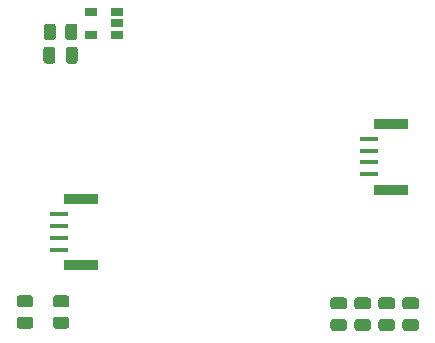
<source format=gtp>
G04 #@! TF.GenerationSoftware,KiCad,Pcbnew,(5.1.12)-1*
G04 #@! TF.CreationDate,2021-12-31T11:23:08-06:00*
G04 #@! TF.ProjectId,PicoFightingBoard,5069636f-4669-4676-9874-696e67426f61,rev?*
G04 #@! TF.SameCoordinates,Original*
G04 #@! TF.FileFunction,Paste,Top*
G04 #@! TF.FilePolarity,Positive*
%FSLAX46Y46*%
G04 Gerber Fmt 4.6, Leading zero omitted, Abs format (unit mm)*
G04 Created by KiCad (PCBNEW (5.1.12)-1) date 2021-12-31 11:23:08*
%MOMM*%
%LPD*%
G01*
G04 APERTURE LIST*
%ADD10R,1.060000X0.650000*%
%ADD11R,3.000000X0.900000*%
%ADD12R,1.600000X0.400000*%
G04 APERTURE END LIST*
D10*
X120276800Y-91272400D03*
X120276800Y-90322400D03*
X120276800Y-89372400D03*
X118076800Y-89372400D03*
X118076800Y-91272400D03*
G36*
G01*
X138614998Y-113510000D02*
X139515002Y-113510000D01*
G75*
G02*
X139765000Y-113759998I0J-249998D01*
G01*
X139765000Y-114285002D01*
G75*
G02*
X139515002Y-114535000I-249998J0D01*
G01*
X138614998Y-114535000D01*
G75*
G02*
X138365000Y-114285002I0J249998D01*
G01*
X138365000Y-113759998D01*
G75*
G02*
X138614998Y-113510000I249998J0D01*
G01*
G37*
G36*
G01*
X138614998Y-115335000D02*
X139515002Y-115335000D01*
G75*
G02*
X139765000Y-115584998I0J-249998D01*
G01*
X139765000Y-116110002D01*
G75*
G02*
X139515002Y-116360000I-249998J0D01*
G01*
X138614998Y-116360000D01*
G75*
G02*
X138365000Y-116110002I0J249998D01*
G01*
X138365000Y-115584998D01*
G75*
G02*
X138614998Y-115335000I249998J0D01*
G01*
G37*
G36*
G01*
X140646998Y-115335000D02*
X141547002Y-115335000D01*
G75*
G02*
X141797000Y-115584998I0J-249998D01*
G01*
X141797000Y-116110002D01*
G75*
G02*
X141547002Y-116360000I-249998J0D01*
G01*
X140646998Y-116360000D01*
G75*
G02*
X140397000Y-116110002I0J249998D01*
G01*
X140397000Y-115584998D01*
G75*
G02*
X140646998Y-115335000I249998J0D01*
G01*
G37*
G36*
G01*
X140646998Y-113510000D02*
X141547002Y-113510000D01*
G75*
G02*
X141797000Y-113759998I0J-249998D01*
G01*
X141797000Y-114285002D01*
G75*
G02*
X141547002Y-114535000I-249998J0D01*
G01*
X140646998Y-114535000D01*
G75*
G02*
X140397000Y-114285002I0J249998D01*
G01*
X140397000Y-113759998D01*
G75*
G02*
X140646998Y-113510000I249998J0D01*
G01*
G37*
G36*
G01*
X142678998Y-113510000D02*
X143579002Y-113510000D01*
G75*
G02*
X143829000Y-113759998I0J-249998D01*
G01*
X143829000Y-114285002D01*
G75*
G02*
X143579002Y-114535000I-249998J0D01*
G01*
X142678998Y-114535000D01*
G75*
G02*
X142429000Y-114285002I0J249998D01*
G01*
X142429000Y-113759998D01*
G75*
G02*
X142678998Y-113510000I249998J0D01*
G01*
G37*
G36*
G01*
X142678998Y-115335000D02*
X143579002Y-115335000D01*
G75*
G02*
X143829000Y-115584998I0J-249998D01*
G01*
X143829000Y-116110002D01*
G75*
G02*
X143579002Y-116360000I-249998J0D01*
G01*
X142678998Y-116360000D01*
G75*
G02*
X142429000Y-116110002I0J249998D01*
G01*
X142429000Y-115584998D01*
G75*
G02*
X142678998Y-115335000I249998J0D01*
G01*
G37*
G36*
G01*
X144710998Y-115335000D02*
X145611002Y-115335000D01*
G75*
G02*
X145861000Y-115584998I0J-249998D01*
G01*
X145861000Y-116110002D01*
G75*
G02*
X145611002Y-116360000I-249998J0D01*
G01*
X144710998Y-116360000D01*
G75*
G02*
X144461000Y-116110002I0J249998D01*
G01*
X144461000Y-115584998D01*
G75*
G02*
X144710998Y-115335000I249998J0D01*
G01*
G37*
G36*
G01*
X144710998Y-113510000D02*
X145611002Y-113510000D01*
G75*
G02*
X145861000Y-113759998I0J-249998D01*
G01*
X145861000Y-114285002D01*
G75*
G02*
X145611002Y-114535000I-249998J0D01*
G01*
X144710998Y-114535000D01*
G75*
G02*
X144461000Y-114285002I0J249998D01*
G01*
X144461000Y-113759998D01*
G75*
G02*
X144710998Y-113510000I249998J0D01*
G01*
G37*
G36*
G01*
X116944200Y-90583598D02*
X116944200Y-91483602D01*
G75*
G02*
X116694202Y-91733600I-249998J0D01*
G01*
X116169198Y-91733600D01*
G75*
G02*
X115919200Y-91483602I0J249998D01*
G01*
X115919200Y-90583598D01*
G75*
G02*
X116169198Y-90333600I249998J0D01*
G01*
X116694202Y-90333600D01*
G75*
G02*
X116944200Y-90583598I0J-249998D01*
G01*
G37*
G36*
G01*
X115119200Y-90583598D02*
X115119200Y-91483602D01*
G75*
G02*
X114869202Y-91733600I-249998J0D01*
G01*
X114344198Y-91733600D01*
G75*
G02*
X114094200Y-91483602I0J249998D01*
G01*
X114094200Y-90583598D01*
G75*
G02*
X114344198Y-90333600I249998J0D01*
G01*
X114869202Y-90333600D01*
G75*
G02*
X115119200Y-90583598I0J-249998D01*
G01*
G37*
G36*
G01*
X114069200Y-93489800D02*
X114069200Y-92539800D01*
G75*
G02*
X114319200Y-92289800I250000J0D01*
G01*
X114819200Y-92289800D01*
G75*
G02*
X115069200Y-92539800I0J-250000D01*
G01*
X115069200Y-93489800D01*
G75*
G02*
X114819200Y-93739800I-250000J0D01*
G01*
X114319200Y-93739800D01*
G75*
G02*
X114069200Y-93489800I0J250000D01*
G01*
G37*
G36*
G01*
X115969200Y-93489800D02*
X115969200Y-92539800D01*
G75*
G02*
X116219200Y-92289800I250000J0D01*
G01*
X116719200Y-92289800D01*
G75*
G02*
X116969200Y-92539800I0J-250000D01*
G01*
X116969200Y-93489800D01*
G75*
G02*
X116719200Y-93739800I-250000J0D01*
G01*
X116219200Y-93739800D01*
G75*
G02*
X115969200Y-93489800I0J250000D01*
G01*
G37*
G36*
G01*
X112950002Y-114357200D02*
X112049998Y-114357200D01*
G75*
G02*
X111800000Y-114107202I0J249998D01*
G01*
X111800000Y-113582198D01*
G75*
G02*
X112049998Y-113332200I249998J0D01*
G01*
X112950002Y-113332200D01*
G75*
G02*
X113200000Y-113582198I0J-249998D01*
G01*
X113200000Y-114107202D01*
G75*
G02*
X112950002Y-114357200I-249998J0D01*
G01*
G37*
G36*
G01*
X112950002Y-116182200D02*
X112049998Y-116182200D01*
G75*
G02*
X111800000Y-115932202I0J249998D01*
G01*
X111800000Y-115407198D01*
G75*
G02*
X112049998Y-115157200I249998J0D01*
G01*
X112950002Y-115157200D01*
G75*
G02*
X113200000Y-115407198I0J-249998D01*
G01*
X113200000Y-115932202D01*
G75*
G02*
X112950002Y-116182200I-249998J0D01*
G01*
G37*
G36*
G01*
X116020002Y-114357200D02*
X115119998Y-114357200D01*
G75*
G02*
X114870000Y-114107202I0J249998D01*
G01*
X114870000Y-113582198D01*
G75*
G02*
X115119998Y-113332200I249998J0D01*
G01*
X116020002Y-113332200D01*
G75*
G02*
X116270000Y-113582198I0J-249998D01*
G01*
X116270000Y-114107202D01*
G75*
G02*
X116020002Y-114357200I-249998J0D01*
G01*
G37*
G36*
G01*
X116020002Y-116182200D02*
X115119998Y-116182200D01*
G75*
G02*
X114870000Y-115932202I0J249998D01*
G01*
X114870000Y-115407198D01*
G75*
G02*
X115119998Y-115157200I249998J0D01*
G01*
X116020002Y-115157200D01*
G75*
G02*
X116270000Y-115407198I0J-249998D01*
G01*
X116270000Y-115932202D01*
G75*
G02*
X116020002Y-116182200I-249998J0D01*
G01*
G37*
D11*
X117256000Y-105200800D03*
X117256000Y-110800800D03*
D12*
X115408000Y-106493800D03*
X115408000Y-107493800D03*
X115408000Y-108493800D03*
X115408000Y-109493800D03*
X141633500Y-103093000D03*
X141633500Y-102093000D03*
X141633500Y-101093000D03*
X141633500Y-100093000D03*
D11*
X143481500Y-104400000D03*
X143481500Y-98800000D03*
M02*

</source>
